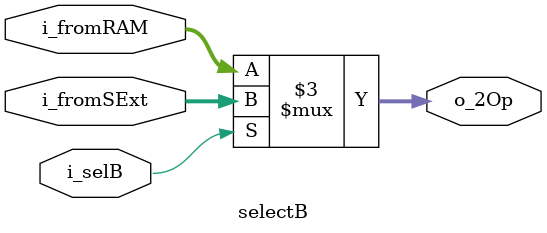
<source format=v>
`timescale 1ns / 1ps


module selectB(
    output reg [15:0] o_2Op,
    input [15:0] i_fromSExt,
    input [15:0] i_fromRAM,
    input i_selB
    );
    
    always @*
    begin
        if (i_selB)
            o_2Op = i_fromSExt;
        else
            o_2Op = i_fromRAM;
    end
    
endmodule

</source>
